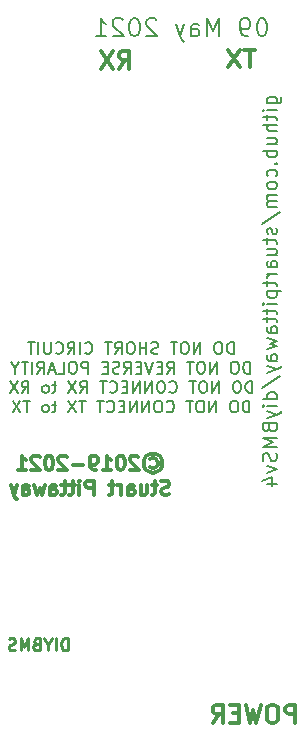
<source format=gbo>
G04 #@! TF.GenerationSoftware,KiCad,Pcbnew,5.1.9+dfsg1-1+deb11u1*
G04 #@! TF.CreationDate,2025-04-18T11:55:34+00:00*
G04 #@! TF.ProjectId,ModuleV440,4d6f6475-6c65-4563-9434-302e6b696361,rev?*
G04 #@! TF.SameCoordinates,Original*
G04 #@! TF.FileFunction,Legend,Bot*
G04 #@! TF.FilePolarity,Positive*
%FSLAX46Y46*%
G04 Gerber Fmt 4.6, Leading zero omitted, Abs format (unit mm)*
G04 Created by KiCad (PCBNEW 5.1.9+dfsg1-1+deb11u1) date 2025-04-18 11:55:34*
%MOMM*%
%LPD*%
G01*
G04 APERTURE LIST*
%ADD10C,0.300000*%
%ADD11C,0.250000*%
%ADD12C,0.150000*%
%ADD13C,0.200000*%
G04 APERTURE END LIST*
D10*
X114703314Y-85916171D02*
X114817600Y-85859028D01*
X115046171Y-85859028D01*
X115160457Y-85916171D01*
X115274742Y-86030457D01*
X115331885Y-86144742D01*
X115331885Y-86373314D01*
X115274742Y-86487600D01*
X115160457Y-86601885D01*
X115046171Y-86659028D01*
X114817600Y-86659028D01*
X114703314Y-86601885D01*
X114931885Y-85459028D02*
X115217600Y-85516171D01*
X115503314Y-85687600D01*
X115674742Y-85973314D01*
X115731885Y-86259028D01*
X115674742Y-86544742D01*
X115503314Y-86830457D01*
X115217600Y-87001885D01*
X114931885Y-87059028D01*
X114646171Y-87001885D01*
X114360457Y-86830457D01*
X114189028Y-86544742D01*
X114131885Y-86259028D01*
X114189028Y-85973314D01*
X114360457Y-85687600D01*
X114646171Y-85516171D01*
X114931885Y-85459028D01*
X113674742Y-85744742D02*
X113617600Y-85687600D01*
X113503314Y-85630457D01*
X113217600Y-85630457D01*
X113103314Y-85687600D01*
X113046171Y-85744742D01*
X112989028Y-85859028D01*
X112989028Y-85973314D01*
X113046171Y-86144742D01*
X113731885Y-86830457D01*
X112989028Y-86830457D01*
X112246171Y-85630457D02*
X112131885Y-85630457D01*
X112017600Y-85687600D01*
X111960457Y-85744742D01*
X111903314Y-85859028D01*
X111846171Y-86087600D01*
X111846171Y-86373314D01*
X111903314Y-86601885D01*
X111960457Y-86716171D01*
X112017600Y-86773314D01*
X112131885Y-86830457D01*
X112246171Y-86830457D01*
X112360457Y-86773314D01*
X112417600Y-86716171D01*
X112474742Y-86601885D01*
X112531885Y-86373314D01*
X112531885Y-86087600D01*
X112474742Y-85859028D01*
X112417600Y-85744742D01*
X112360457Y-85687600D01*
X112246171Y-85630457D01*
X110703314Y-86830457D02*
X111389028Y-86830457D01*
X111046171Y-86830457D02*
X111046171Y-85630457D01*
X111160457Y-85801885D01*
X111274742Y-85916171D01*
X111389028Y-85973314D01*
X110131885Y-86830457D02*
X109903314Y-86830457D01*
X109789028Y-86773314D01*
X109731885Y-86716171D01*
X109617600Y-86544742D01*
X109560457Y-86316171D01*
X109560457Y-85859028D01*
X109617600Y-85744742D01*
X109674742Y-85687600D01*
X109789028Y-85630457D01*
X110017600Y-85630457D01*
X110131885Y-85687600D01*
X110189028Y-85744742D01*
X110246171Y-85859028D01*
X110246171Y-86144742D01*
X110189028Y-86259028D01*
X110131885Y-86316171D01*
X110017600Y-86373314D01*
X109789028Y-86373314D01*
X109674742Y-86316171D01*
X109617600Y-86259028D01*
X109560457Y-86144742D01*
X109046171Y-86373314D02*
X108131885Y-86373314D01*
X107617600Y-85744742D02*
X107560457Y-85687600D01*
X107446171Y-85630457D01*
X107160457Y-85630457D01*
X107046171Y-85687600D01*
X106989028Y-85744742D01*
X106931885Y-85859028D01*
X106931885Y-85973314D01*
X106989028Y-86144742D01*
X107674742Y-86830457D01*
X106931885Y-86830457D01*
X106189028Y-85630457D02*
X106074742Y-85630457D01*
X105960457Y-85687600D01*
X105903314Y-85744742D01*
X105846171Y-85859028D01*
X105789028Y-86087600D01*
X105789028Y-86373314D01*
X105846171Y-86601885D01*
X105903314Y-86716171D01*
X105960457Y-86773314D01*
X106074742Y-86830457D01*
X106189028Y-86830457D01*
X106303314Y-86773314D01*
X106360457Y-86716171D01*
X106417600Y-86601885D01*
X106474742Y-86373314D01*
X106474742Y-86087600D01*
X106417600Y-85859028D01*
X106360457Y-85744742D01*
X106303314Y-85687600D01*
X106189028Y-85630457D01*
X105331885Y-85744742D02*
X105274742Y-85687600D01*
X105160457Y-85630457D01*
X104874742Y-85630457D01*
X104760457Y-85687600D01*
X104703314Y-85744742D01*
X104646171Y-85859028D01*
X104646171Y-85973314D01*
X104703314Y-86144742D01*
X105389028Y-86830457D01*
X104646171Y-86830457D01*
X103503314Y-86830457D02*
X104189028Y-86830457D01*
X103846171Y-86830457D02*
X103846171Y-85630457D01*
X103960457Y-85801885D01*
X104074742Y-85916171D01*
X104189028Y-85973314D01*
X116303314Y-88873314D02*
X116131885Y-88930457D01*
X115846171Y-88930457D01*
X115731885Y-88873314D01*
X115674742Y-88816171D01*
X115617600Y-88701885D01*
X115617600Y-88587600D01*
X115674742Y-88473314D01*
X115731885Y-88416171D01*
X115846171Y-88359028D01*
X116074742Y-88301885D01*
X116189028Y-88244742D01*
X116246171Y-88187600D01*
X116303314Y-88073314D01*
X116303314Y-87959028D01*
X116246171Y-87844742D01*
X116189028Y-87787600D01*
X116074742Y-87730457D01*
X115789028Y-87730457D01*
X115617600Y-87787600D01*
X115274742Y-88130457D02*
X114817600Y-88130457D01*
X115103314Y-87730457D02*
X115103314Y-88759028D01*
X115046171Y-88873314D01*
X114931885Y-88930457D01*
X114817600Y-88930457D01*
X113903314Y-88130457D02*
X113903314Y-88930457D01*
X114417600Y-88130457D02*
X114417600Y-88759028D01*
X114360457Y-88873314D01*
X114246171Y-88930457D01*
X114074742Y-88930457D01*
X113960457Y-88873314D01*
X113903314Y-88816171D01*
X112817600Y-88930457D02*
X112817600Y-88301885D01*
X112874742Y-88187600D01*
X112989028Y-88130457D01*
X113217600Y-88130457D01*
X113331885Y-88187600D01*
X112817600Y-88873314D02*
X112931885Y-88930457D01*
X113217600Y-88930457D01*
X113331885Y-88873314D01*
X113389028Y-88759028D01*
X113389028Y-88644742D01*
X113331885Y-88530457D01*
X113217600Y-88473314D01*
X112931885Y-88473314D01*
X112817600Y-88416171D01*
X112246171Y-88930457D02*
X112246171Y-88130457D01*
X112246171Y-88359028D02*
X112189028Y-88244742D01*
X112131885Y-88187600D01*
X112017600Y-88130457D01*
X111903314Y-88130457D01*
X111674742Y-88130457D02*
X111217600Y-88130457D01*
X111503314Y-87730457D02*
X111503314Y-88759028D01*
X111446171Y-88873314D01*
X111331885Y-88930457D01*
X111217600Y-88930457D01*
X109903314Y-88930457D02*
X109903314Y-87730457D01*
X109446171Y-87730457D01*
X109331885Y-87787600D01*
X109274742Y-87844742D01*
X109217600Y-87959028D01*
X109217600Y-88130457D01*
X109274742Y-88244742D01*
X109331885Y-88301885D01*
X109446171Y-88359028D01*
X109903314Y-88359028D01*
X108703314Y-88930457D02*
X108703314Y-88130457D01*
X108703314Y-87730457D02*
X108760457Y-87787600D01*
X108703314Y-87844742D01*
X108646171Y-87787600D01*
X108703314Y-87730457D01*
X108703314Y-87844742D01*
X108303314Y-88130457D02*
X107846171Y-88130457D01*
X108131885Y-87730457D02*
X108131885Y-88759028D01*
X108074742Y-88873314D01*
X107960457Y-88930457D01*
X107846171Y-88930457D01*
X107617600Y-88130457D02*
X107160457Y-88130457D01*
X107446171Y-87730457D02*
X107446171Y-88759028D01*
X107389028Y-88873314D01*
X107274742Y-88930457D01*
X107160457Y-88930457D01*
X106246171Y-88930457D02*
X106246171Y-88301885D01*
X106303314Y-88187600D01*
X106417600Y-88130457D01*
X106646171Y-88130457D01*
X106760457Y-88187600D01*
X106246171Y-88873314D02*
X106360457Y-88930457D01*
X106646171Y-88930457D01*
X106760457Y-88873314D01*
X106817600Y-88759028D01*
X106817600Y-88644742D01*
X106760457Y-88530457D01*
X106646171Y-88473314D01*
X106360457Y-88473314D01*
X106246171Y-88416171D01*
X105789028Y-88130457D02*
X105560457Y-88930457D01*
X105331885Y-88359028D01*
X105103314Y-88930457D01*
X104874742Y-88130457D01*
X103903314Y-88930457D02*
X103903314Y-88301885D01*
X103960457Y-88187600D01*
X104074742Y-88130457D01*
X104303314Y-88130457D01*
X104417600Y-88187600D01*
X103903314Y-88873314D02*
X104017600Y-88930457D01*
X104303314Y-88930457D01*
X104417600Y-88873314D01*
X104474742Y-88759028D01*
X104474742Y-88644742D01*
X104417600Y-88530457D01*
X104303314Y-88473314D01*
X104017600Y-88473314D01*
X103903314Y-88416171D01*
X103446171Y-88130457D02*
X103160457Y-88930457D01*
X102874742Y-88130457D02*
X103160457Y-88930457D01*
X103274742Y-89216171D01*
X103331885Y-89273314D01*
X103446171Y-89330457D01*
D11*
X107720576Y-102089980D02*
X107720576Y-101089980D01*
X107482480Y-101089980D01*
X107339623Y-101137600D01*
X107244385Y-101232838D01*
X107196766Y-101328076D01*
X107149147Y-101518552D01*
X107149147Y-101661409D01*
X107196766Y-101851885D01*
X107244385Y-101947123D01*
X107339623Y-102042361D01*
X107482480Y-102089980D01*
X107720576Y-102089980D01*
X106720576Y-102089980D02*
X106720576Y-101089980D01*
X106053909Y-101613790D02*
X106053909Y-102089980D01*
X106387242Y-101089980D02*
X106053909Y-101613790D01*
X105720576Y-101089980D01*
X105053909Y-101566171D02*
X104911052Y-101613790D01*
X104863433Y-101661409D01*
X104815814Y-101756647D01*
X104815814Y-101899504D01*
X104863433Y-101994742D01*
X104911052Y-102042361D01*
X105006290Y-102089980D01*
X105387242Y-102089980D01*
X105387242Y-101089980D01*
X105053909Y-101089980D01*
X104958671Y-101137600D01*
X104911052Y-101185219D01*
X104863433Y-101280457D01*
X104863433Y-101375695D01*
X104911052Y-101470933D01*
X104958671Y-101518552D01*
X105053909Y-101566171D01*
X105387242Y-101566171D01*
X104387242Y-102089980D02*
X104387242Y-101089980D01*
X104053909Y-101804266D01*
X103720576Y-101089980D01*
X103720576Y-102089980D01*
X103292004Y-102042361D02*
X103149147Y-102089980D01*
X102911052Y-102089980D01*
X102815814Y-102042361D01*
X102768195Y-101994742D01*
X102720576Y-101899504D01*
X102720576Y-101804266D01*
X102768195Y-101709028D01*
X102815814Y-101661409D01*
X102911052Y-101613790D01*
X103101528Y-101566171D01*
X103196766Y-101518552D01*
X103244385Y-101470933D01*
X103292004Y-101375695D01*
X103292004Y-101280457D01*
X103244385Y-101185219D01*
X103196766Y-101137600D01*
X103101528Y-101089980D01*
X102863433Y-101089980D01*
X102720576Y-101137600D01*
D10*
X123535457Y-51241171D02*
X122678314Y-51241171D01*
X123106885Y-52741171D02*
X123106885Y-51241171D01*
X122321171Y-51241171D02*
X121321171Y-52741171D01*
X121321171Y-51241171D02*
X122321171Y-52741171D01*
X112042600Y-52841171D02*
X112542600Y-52126885D01*
X112899742Y-52841171D02*
X112899742Y-51341171D01*
X112328314Y-51341171D01*
X112185457Y-51412600D01*
X112114028Y-51484028D01*
X112042600Y-51626885D01*
X112042600Y-51841171D01*
X112114028Y-51984028D01*
X112185457Y-52055457D01*
X112328314Y-52126885D01*
X112899742Y-52126885D01*
X111542600Y-51341171D02*
X110542600Y-52841171D01*
X110542600Y-51341171D02*
X111542600Y-52841171D01*
D12*
X121760457Y-77014980D02*
X121760457Y-76014980D01*
X121522361Y-76014980D01*
X121379504Y-76062600D01*
X121284266Y-76157838D01*
X121236647Y-76253076D01*
X121189028Y-76443552D01*
X121189028Y-76586409D01*
X121236647Y-76776885D01*
X121284266Y-76872123D01*
X121379504Y-76967361D01*
X121522361Y-77014980D01*
X121760457Y-77014980D01*
X120569980Y-76014980D02*
X120379504Y-76014980D01*
X120284266Y-76062600D01*
X120189028Y-76157838D01*
X120141409Y-76348314D01*
X120141409Y-76681647D01*
X120189028Y-76872123D01*
X120284266Y-76967361D01*
X120379504Y-77014980D01*
X120569980Y-77014980D01*
X120665219Y-76967361D01*
X120760457Y-76872123D01*
X120808076Y-76681647D01*
X120808076Y-76348314D01*
X120760457Y-76157838D01*
X120665219Y-76062600D01*
X120569980Y-76014980D01*
X118950933Y-77014980D02*
X118950933Y-76014980D01*
X118379504Y-77014980D01*
X118379504Y-76014980D01*
X117712838Y-76014980D02*
X117522361Y-76014980D01*
X117427123Y-76062600D01*
X117331885Y-76157838D01*
X117284266Y-76348314D01*
X117284266Y-76681647D01*
X117331885Y-76872123D01*
X117427123Y-76967361D01*
X117522361Y-77014980D01*
X117712838Y-77014980D01*
X117808076Y-76967361D01*
X117903314Y-76872123D01*
X117950933Y-76681647D01*
X117950933Y-76348314D01*
X117903314Y-76157838D01*
X117808076Y-76062600D01*
X117712838Y-76014980D01*
X116998552Y-76014980D02*
X116427123Y-76014980D01*
X116712838Y-77014980D02*
X116712838Y-76014980D01*
X115379504Y-76967361D02*
X115236647Y-77014980D01*
X114998552Y-77014980D01*
X114903314Y-76967361D01*
X114855695Y-76919742D01*
X114808076Y-76824504D01*
X114808076Y-76729266D01*
X114855695Y-76634028D01*
X114903314Y-76586409D01*
X114998552Y-76538790D01*
X115189028Y-76491171D01*
X115284266Y-76443552D01*
X115331885Y-76395933D01*
X115379504Y-76300695D01*
X115379504Y-76205457D01*
X115331885Y-76110219D01*
X115284266Y-76062600D01*
X115189028Y-76014980D01*
X114950933Y-76014980D01*
X114808076Y-76062600D01*
X114379504Y-77014980D02*
X114379504Y-76014980D01*
X114379504Y-76491171D02*
X113808076Y-76491171D01*
X113808076Y-77014980D02*
X113808076Y-76014980D01*
X113141409Y-76014980D02*
X112950933Y-76014980D01*
X112855695Y-76062600D01*
X112760457Y-76157838D01*
X112712838Y-76348314D01*
X112712838Y-76681647D01*
X112760457Y-76872123D01*
X112855695Y-76967361D01*
X112950933Y-77014980D01*
X113141409Y-77014980D01*
X113236647Y-76967361D01*
X113331885Y-76872123D01*
X113379504Y-76681647D01*
X113379504Y-76348314D01*
X113331885Y-76157838D01*
X113236647Y-76062600D01*
X113141409Y-76014980D01*
X111712838Y-77014980D02*
X112046171Y-76538790D01*
X112284266Y-77014980D02*
X112284266Y-76014980D01*
X111903314Y-76014980D01*
X111808076Y-76062600D01*
X111760457Y-76110219D01*
X111712838Y-76205457D01*
X111712838Y-76348314D01*
X111760457Y-76443552D01*
X111808076Y-76491171D01*
X111903314Y-76538790D01*
X112284266Y-76538790D01*
X111427123Y-76014980D02*
X110855695Y-76014980D01*
X111141409Y-77014980D02*
X111141409Y-76014980D01*
X109189028Y-76919742D02*
X109236647Y-76967361D01*
X109379504Y-77014980D01*
X109474742Y-77014980D01*
X109617600Y-76967361D01*
X109712838Y-76872123D01*
X109760457Y-76776885D01*
X109808076Y-76586409D01*
X109808076Y-76443552D01*
X109760457Y-76253076D01*
X109712838Y-76157838D01*
X109617600Y-76062600D01*
X109474742Y-76014980D01*
X109379504Y-76014980D01*
X109236647Y-76062600D01*
X109189028Y-76110219D01*
X108760457Y-77014980D02*
X108760457Y-76014980D01*
X107712838Y-77014980D02*
X108046171Y-76538790D01*
X108284266Y-77014980D02*
X108284266Y-76014980D01*
X107903314Y-76014980D01*
X107808076Y-76062600D01*
X107760457Y-76110219D01*
X107712838Y-76205457D01*
X107712838Y-76348314D01*
X107760457Y-76443552D01*
X107808076Y-76491171D01*
X107903314Y-76538790D01*
X108284266Y-76538790D01*
X106712838Y-76919742D02*
X106760457Y-76967361D01*
X106903314Y-77014980D01*
X106998552Y-77014980D01*
X107141409Y-76967361D01*
X107236647Y-76872123D01*
X107284266Y-76776885D01*
X107331885Y-76586409D01*
X107331885Y-76443552D01*
X107284266Y-76253076D01*
X107236647Y-76157838D01*
X107141409Y-76062600D01*
X106998552Y-76014980D01*
X106903314Y-76014980D01*
X106760457Y-76062600D01*
X106712838Y-76110219D01*
X106284266Y-76014980D02*
X106284266Y-76824504D01*
X106236647Y-76919742D01*
X106189028Y-76967361D01*
X106093790Y-77014980D01*
X105903314Y-77014980D01*
X105808076Y-76967361D01*
X105760457Y-76919742D01*
X105712838Y-76824504D01*
X105712838Y-76014980D01*
X105236647Y-77014980D02*
X105236647Y-76014980D01*
X104903314Y-76014980D02*
X104331885Y-76014980D01*
X104617600Y-77014980D02*
X104617600Y-76014980D01*
X123141409Y-78664980D02*
X123141409Y-77664980D01*
X122903314Y-77664980D01*
X122760457Y-77712600D01*
X122665219Y-77807838D01*
X122617600Y-77903076D01*
X122569980Y-78093552D01*
X122569980Y-78236409D01*
X122617600Y-78426885D01*
X122665219Y-78522123D01*
X122760457Y-78617361D01*
X122903314Y-78664980D01*
X123141409Y-78664980D01*
X121950933Y-77664980D02*
X121760457Y-77664980D01*
X121665219Y-77712600D01*
X121569980Y-77807838D01*
X121522361Y-77998314D01*
X121522361Y-78331647D01*
X121569980Y-78522123D01*
X121665219Y-78617361D01*
X121760457Y-78664980D01*
X121950933Y-78664980D01*
X122046171Y-78617361D01*
X122141409Y-78522123D01*
X122189028Y-78331647D01*
X122189028Y-77998314D01*
X122141409Y-77807838D01*
X122046171Y-77712600D01*
X121950933Y-77664980D01*
X120331885Y-78664980D02*
X120331885Y-77664980D01*
X119760457Y-78664980D01*
X119760457Y-77664980D01*
X119093790Y-77664980D02*
X118903314Y-77664980D01*
X118808076Y-77712600D01*
X118712838Y-77807838D01*
X118665219Y-77998314D01*
X118665219Y-78331647D01*
X118712838Y-78522123D01*
X118808076Y-78617361D01*
X118903314Y-78664980D01*
X119093790Y-78664980D01*
X119189028Y-78617361D01*
X119284266Y-78522123D01*
X119331885Y-78331647D01*
X119331885Y-77998314D01*
X119284266Y-77807838D01*
X119189028Y-77712600D01*
X119093790Y-77664980D01*
X118379504Y-77664980D02*
X117808076Y-77664980D01*
X118093790Y-78664980D02*
X118093790Y-77664980D01*
X116141409Y-78664980D02*
X116474742Y-78188790D01*
X116712838Y-78664980D02*
X116712838Y-77664980D01*
X116331885Y-77664980D01*
X116236647Y-77712600D01*
X116189028Y-77760219D01*
X116141409Y-77855457D01*
X116141409Y-77998314D01*
X116189028Y-78093552D01*
X116236647Y-78141171D01*
X116331885Y-78188790D01*
X116712838Y-78188790D01*
X115712838Y-78141171D02*
X115379504Y-78141171D01*
X115236647Y-78664980D02*
X115712838Y-78664980D01*
X115712838Y-77664980D01*
X115236647Y-77664980D01*
X114950933Y-77664980D02*
X114617600Y-78664980D01*
X114284266Y-77664980D01*
X113950933Y-78141171D02*
X113617600Y-78141171D01*
X113474742Y-78664980D02*
X113950933Y-78664980D01*
X113950933Y-77664980D01*
X113474742Y-77664980D01*
X112474742Y-78664980D02*
X112808076Y-78188790D01*
X113046171Y-78664980D02*
X113046171Y-77664980D01*
X112665219Y-77664980D01*
X112569980Y-77712600D01*
X112522361Y-77760219D01*
X112474742Y-77855457D01*
X112474742Y-77998314D01*
X112522361Y-78093552D01*
X112569980Y-78141171D01*
X112665219Y-78188790D01*
X113046171Y-78188790D01*
X112093790Y-78617361D02*
X111950933Y-78664980D01*
X111712838Y-78664980D01*
X111617600Y-78617361D01*
X111569980Y-78569742D01*
X111522361Y-78474504D01*
X111522361Y-78379266D01*
X111569980Y-78284028D01*
X111617600Y-78236409D01*
X111712838Y-78188790D01*
X111903314Y-78141171D01*
X111998552Y-78093552D01*
X112046171Y-78045933D01*
X112093790Y-77950695D01*
X112093790Y-77855457D01*
X112046171Y-77760219D01*
X111998552Y-77712600D01*
X111903314Y-77664980D01*
X111665219Y-77664980D01*
X111522361Y-77712600D01*
X111093790Y-78141171D02*
X110760457Y-78141171D01*
X110617600Y-78664980D02*
X111093790Y-78664980D01*
X111093790Y-77664980D01*
X110617600Y-77664980D01*
X109427123Y-78664980D02*
X109427123Y-77664980D01*
X109046171Y-77664980D01*
X108950933Y-77712600D01*
X108903314Y-77760219D01*
X108855695Y-77855457D01*
X108855695Y-77998314D01*
X108903314Y-78093552D01*
X108950933Y-78141171D01*
X109046171Y-78188790D01*
X109427123Y-78188790D01*
X108236647Y-77664980D02*
X108046171Y-77664980D01*
X107950933Y-77712600D01*
X107855695Y-77807838D01*
X107808076Y-77998314D01*
X107808076Y-78331647D01*
X107855695Y-78522123D01*
X107950933Y-78617361D01*
X108046171Y-78664980D01*
X108236647Y-78664980D01*
X108331885Y-78617361D01*
X108427123Y-78522123D01*
X108474742Y-78331647D01*
X108474742Y-77998314D01*
X108427123Y-77807838D01*
X108331885Y-77712600D01*
X108236647Y-77664980D01*
X106903314Y-78664980D02*
X107379504Y-78664980D01*
X107379504Y-77664980D01*
X106617600Y-78379266D02*
X106141409Y-78379266D01*
X106712838Y-78664980D02*
X106379504Y-77664980D01*
X106046171Y-78664980D01*
X105141409Y-78664980D02*
X105474742Y-78188790D01*
X105712838Y-78664980D02*
X105712838Y-77664980D01*
X105331885Y-77664980D01*
X105236647Y-77712600D01*
X105189028Y-77760219D01*
X105141409Y-77855457D01*
X105141409Y-77998314D01*
X105189028Y-78093552D01*
X105236647Y-78141171D01*
X105331885Y-78188790D01*
X105712838Y-78188790D01*
X104712838Y-78664980D02*
X104712838Y-77664980D01*
X104379504Y-77664980D02*
X103808076Y-77664980D01*
X104093790Y-78664980D02*
X104093790Y-77664980D01*
X103284266Y-78188790D02*
X103284266Y-78664980D01*
X103617600Y-77664980D02*
X103284266Y-78188790D01*
X102950933Y-77664980D01*
X123331885Y-80314980D02*
X123331885Y-79314980D01*
X123093790Y-79314980D01*
X122950933Y-79362600D01*
X122855695Y-79457838D01*
X122808076Y-79553076D01*
X122760457Y-79743552D01*
X122760457Y-79886409D01*
X122808076Y-80076885D01*
X122855695Y-80172123D01*
X122950933Y-80267361D01*
X123093790Y-80314980D01*
X123331885Y-80314980D01*
X122141409Y-79314980D02*
X121950933Y-79314980D01*
X121855695Y-79362600D01*
X121760457Y-79457838D01*
X121712838Y-79648314D01*
X121712838Y-79981647D01*
X121760457Y-80172123D01*
X121855695Y-80267361D01*
X121950933Y-80314980D01*
X122141409Y-80314980D01*
X122236647Y-80267361D01*
X122331885Y-80172123D01*
X122379504Y-79981647D01*
X122379504Y-79648314D01*
X122331885Y-79457838D01*
X122236647Y-79362600D01*
X122141409Y-79314980D01*
X120522361Y-80314980D02*
X120522361Y-79314980D01*
X119950933Y-80314980D01*
X119950933Y-79314980D01*
X119284266Y-79314980D02*
X119093790Y-79314980D01*
X118998552Y-79362600D01*
X118903314Y-79457838D01*
X118855695Y-79648314D01*
X118855695Y-79981647D01*
X118903314Y-80172123D01*
X118998552Y-80267361D01*
X119093790Y-80314980D01*
X119284266Y-80314980D01*
X119379504Y-80267361D01*
X119474742Y-80172123D01*
X119522361Y-79981647D01*
X119522361Y-79648314D01*
X119474742Y-79457838D01*
X119379504Y-79362600D01*
X119284266Y-79314980D01*
X118569980Y-79314980D02*
X117998552Y-79314980D01*
X118284266Y-80314980D02*
X118284266Y-79314980D01*
X116331885Y-80219742D02*
X116379504Y-80267361D01*
X116522361Y-80314980D01*
X116617600Y-80314980D01*
X116760457Y-80267361D01*
X116855695Y-80172123D01*
X116903314Y-80076885D01*
X116950933Y-79886409D01*
X116950933Y-79743552D01*
X116903314Y-79553076D01*
X116855695Y-79457838D01*
X116760457Y-79362600D01*
X116617600Y-79314980D01*
X116522361Y-79314980D01*
X116379504Y-79362600D01*
X116331885Y-79410219D01*
X115712838Y-79314980D02*
X115522361Y-79314980D01*
X115427123Y-79362600D01*
X115331885Y-79457838D01*
X115284266Y-79648314D01*
X115284266Y-79981647D01*
X115331885Y-80172123D01*
X115427123Y-80267361D01*
X115522361Y-80314980D01*
X115712838Y-80314980D01*
X115808076Y-80267361D01*
X115903314Y-80172123D01*
X115950933Y-79981647D01*
X115950933Y-79648314D01*
X115903314Y-79457838D01*
X115808076Y-79362600D01*
X115712838Y-79314980D01*
X114855695Y-80314980D02*
X114855695Y-79314980D01*
X114284266Y-80314980D01*
X114284266Y-79314980D01*
X113808076Y-80314980D02*
X113808076Y-79314980D01*
X113236647Y-80314980D01*
X113236647Y-79314980D01*
X112760457Y-79791171D02*
X112427123Y-79791171D01*
X112284266Y-80314980D02*
X112760457Y-80314980D01*
X112760457Y-79314980D01*
X112284266Y-79314980D01*
X111284266Y-80219742D02*
X111331885Y-80267361D01*
X111474742Y-80314980D01*
X111569980Y-80314980D01*
X111712838Y-80267361D01*
X111808076Y-80172123D01*
X111855695Y-80076885D01*
X111903314Y-79886409D01*
X111903314Y-79743552D01*
X111855695Y-79553076D01*
X111808076Y-79457838D01*
X111712838Y-79362600D01*
X111569980Y-79314980D01*
X111474742Y-79314980D01*
X111331885Y-79362600D01*
X111284266Y-79410219D01*
X110998552Y-79314980D02*
X110427123Y-79314980D01*
X110712838Y-80314980D02*
X110712838Y-79314980D01*
X108760457Y-80314980D02*
X109093790Y-79838790D01*
X109331885Y-80314980D02*
X109331885Y-79314980D01*
X108950933Y-79314980D01*
X108855695Y-79362600D01*
X108808076Y-79410219D01*
X108760457Y-79505457D01*
X108760457Y-79648314D01*
X108808076Y-79743552D01*
X108855695Y-79791171D01*
X108950933Y-79838790D01*
X109331885Y-79838790D01*
X108427123Y-79314980D02*
X107760457Y-80314980D01*
X107760457Y-79314980D02*
X108427123Y-80314980D01*
X106760457Y-79648314D02*
X106379504Y-79648314D01*
X106617600Y-79314980D02*
X106617600Y-80172123D01*
X106569980Y-80267361D01*
X106474742Y-80314980D01*
X106379504Y-80314980D01*
X105903314Y-80314980D02*
X105998552Y-80267361D01*
X106046171Y-80219742D01*
X106093790Y-80124504D01*
X106093790Y-79838790D01*
X106046171Y-79743552D01*
X105998552Y-79695933D01*
X105903314Y-79648314D01*
X105760457Y-79648314D01*
X105665219Y-79695933D01*
X105617600Y-79743552D01*
X105569980Y-79838790D01*
X105569980Y-80124504D01*
X105617600Y-80219742D01*
X105665219Y-80267361D01*
X105760457Y-80314980D01*
X105903314Y-80314980D01*
X103808076Y-80314980D02*
X104141409Y-79838790D01*
X104379504Y-80314980D02*
X104379504Y-79314980D01*
X103998552Y-79314980D01*
X103903314Y-79362600D01*
X103855695Y-79410219D01*
X103808076Y-79505457D01*
X103808076Y-79648314D01*
X103855695Y-79743552D01*
X103903314Y-79791171D01*
X103998552Y-79838790D01*
X104379504Y-79838790D01*
X103474742Y-79314980D02*
X102808076Y-80314980D01*
X102808076Y-79314980D02*
X103474742Y-80314980D01*
X123093790Y-81964980D02*
X123093790Y-80964980D01*
X122855695Y-80964980D01*
X122712838Y-81012600D01*
X122617600Y-81107838D01*
X122569980Y-81203076D01*
X122522361Y-81393552D01*
X122522361Y-81536409D01*
X122569980Y-81726885D01*
X122617600Y-81822123D01*
X122712838Y-81917361D01*
X122855695Y-81964980D01*
X123093790Y-81964980D01*
X121903314Y-80964980D02*
X121712838Y-80964980D01*
X121617600Y-81012600D01*
X121522361Y-81107838D01*
X121474742Y-81298314D01*
X121474742Y-81631647D01*
X121522361Y-81822123D01*
X121617600Y-81917361D01*
X121712838Y-81964980D01*
X121903314Y-81964980D01*
X121998552Y-81917361D01*
X122093790Y-81822123D01*
X122141409Y-81631647D01*
X122141409Y-81298314D01*
X122093790Y-81107838D01*
X121998552Y-81012600D01*
X121903314Y-80964980D01*
X120284266Y-81964980D02*
X120284266Y-80964980D01*
X119712838Y-81964980D01*
X119712838Y-80964980D01*
X119046171Y-80964980D02*
X118855695Y-80964980D01*
X118760457Y-81012600D01*
X118665219Y-81107838D01*
X118617600Y-81298314D01*
X118617600Y-81631647D01*
X118665219Y-81822123D01*
X118760457Y-81917361D01*
X118855695Y-81964980D01*
X119046171Y-81964980D01*
X119141409Y-81917361D01*
X119236647Y-81822123D01*
X119284266Y-81631647D01*
X119284266Y-81298314D01*
X119236647Y-81107838D01*
X119141409Y-81012600D01*
X119046171Y-80964980D01*
X118331885Y-80964980D02*
X117760457Y-80964980D01*
X118046171Y-81964980D02*
X118046171Y-80964980D01*
X116093790Y-81869742D02*
X116141409Y-81917361D01*
X116284266Y-81964980D01*
X116379504Y-81964980D01*
X116522361Y-81917361D01*
X116617600Y-81822123D01*
X116665219Y-81726885D01*
X116712838Y-81536409D01*
X116712838Y-81393552D01*
X116665219Y-81203076D01*
X116617600Y-81107838D01*
X116522361Y-81012600D01*
X116379504Y-80964980D01*
X116284266Y-80964980D01*
X116141409Y-81012600D01*
X116093790Y-81060219D01*
X115474742Y-80964980D02*
X115284266Y-80964980D01*
X115189028Y-81012600D01*
X115093790Y-81107838D01*
X115046171Y-81298314D01*
X115046171Y-81631647D01*
X115093790Y-81822123D01*
X115189028Y-81917361D01*
X115284266Y-81964980D01*
X115474742Y-81964980D01*
X115569980Y-81917361D01*
X115665219Y-81822123D01*
X115712838Y-81631647D01*
X115712838Y-81298314D01*
X115665219Y-81107838D01*
X115569980Y-81012600D01*
X115474742Y-80964980D01*
X114617600Y-81964980D02*
X114617600Y-80964980D01*
X114046171Y-81964980D01*
X114046171Y-80964980D01*
X113569980Y-81964980D02*
X113569980Y-80964980D01*
X112998552Y-81964980D01*
X112998552Y-80964980D01*
X112522361Y-81441171D02*
X112189028Y-81441171D01*
X112046171Y-81964980D02*
X112522361Y-81964980D01*
X112522361Y-80964980D01*
X112046171Y-80964980D01*
X111046171Y-81869742D02*
X111093790Y-81917361D01*
X111236647Y-81964980D01*
X111331885Y-81964980D01*
X111474742Y-81917361D01*
X111569980Y-81822123D01*
X111617600Y-81726885D01*
X111665219Y-81536409D01*
X111665219Y-81393552D01*
X111617600Y-81203076D01*
X111569980Y-81107838D01*
X111474742Y-81012600D01*
X111331885Y-80964980D01*
X111236647Y-80964980D01*
X111093790Y-81012600D01*
X111046171Y-81060219D01*
X110760457Y-80964980D02*
X110189028Y-80964980D01*
X110474742Y-81964980D02*
X110474742Y-80964980D01*
X109236647Y-80964980D02*
X108665219Y-80964980D01*
X108950933Y-81964980D02*
X108950933Y-80964980D01*
X108427123Y-80964980D02*
X107760457Y-81964980D01*
X107760457Y-80964980D02*
X108427123Y-81964980D01*
X106760457Y-81298314D02*
X106379504Y-81298314D01*
X106617600Y-80964980D02*
X106617600Y-81822123D01*
X106569980Y-81917361D01*
X106474742Y-81964980D01*
X106379504Y-81964980D01*
X105903314Y-81964980D02*
X105998552Y-81917361D01*
X106046171Y-81869742D01*
X106093790Y-81774504D01*
X106093790Y-81488790D01*
X106046171Y-81393552D01*
X105998552Y-81345933D01*
X105903314Y-81298314D01*
X105760457Y-81298314D01*
X105665219Y-81345933D01*
X105617600Y-81393552D01*
X105569980Y-81488790D01*
X105569980Y-81774504D01*
X105617600Y-81869742D01*
X105665219Y-81917361D01*
X105760457Y-81964980D01*
X105903314Y-81964980D01*
X104522361Y-80964980D02*
X103950933Y-80964980D01*
X104236647Y-81964980D02*
X104236647Y-80964980D01*
X103712838Y-80964980D02*
X103046171Y-81964980D01*
X103046171Y-80964980D02*
X103712838Y-81964980D01*
D13*
X124226171Y-48606171D02*
X124083314Y-48606171D01*
X123940457Y-48677600D01*
X123869028Y-48749028D01*
X123797600Y-48891885D01*
X123726171Y-49177600D01*
X123726171Y-49534742D01*
X123797600Y-49820457D01*
X123869028Y-49963314D01*
X123940457Y-50034742D01*
X124083314Y-50106171D01*
X124226171Y-50106171D01*
X124369028Y-50034742D01*
X124440457Y-49963314D01*
X124511885Y-49820457D01*
X124583314Y-49534742D01*
X124583314Y-49177600D01*
X124511885Y-48891885D01*
X124440457Y-48749028D01*
X124369028Y-48677600D01*
X124226171Y-48606171D01*
X123011885Y-50106171D02*
X122726171Y-50106171D01*
X122583314Y-50034742D01*
X122511885Y-49963314D01*
X122369028Y-49749028D01*
X122297600Y-49463314D01*
X122297600Y-48891885D01*
X122369028Y-48749028D01*
X122440457Y-48677600D01*
X122583314Y-48606171D01*
X122869028Y-48606171D01*
X123011885Y-48677600D01*
X123083314Y-48749028D01*
X123154742Y-48891885D01*
X123154742Y-49249028D01*
X123083314Y-49391885D01*
X123011885Y-49463314D01*
X122869028Y-49534742D01*
X122583314Y-49534742D01*
X122440457Y-49463314D01*
X122369028Y-49391885D01*
X122297600Y-49249028D01*
X120511885Y-50106171D02*
X120511885Y-48606171D01*
X120011885Y-49677600D01*
X119511885Y-48606171D01*
X119511885Y-50106171D01*
X118154742Y-50106171D02*
X118154742Y-49320457D01*
X118226171Y-49177600D01*
X118369028Y-49106171D01*
X118654742Y-49106171D01*
X118797600Y-49177600D01*
X118154742Y-50034742D02*
X118297600Y-50106171D01*
X118654742Y-50106171D01*
X118797600Y-50034742D01*
X118869028Y-49891885D01*
X118869028Y-49749028D01*
X118797600Y-49606171D01*
X118654742Y-49534742D01*
X118297600Y-49534742D01*
X118154742Y-49463314D01*
X117583314Y-49106171D02*
X117226171Y-50106171D01*
X116869028Y-49106171D02*
X117226171Y-50106171D01*
X117369028Y-50463314D01*
X117440457Y-50534742D01*
X117583314Y-50606171D01*
X115226171Y-48749028D02*
X115154742Y-48677600D01*
X115011885Y-48606171D01*
X114654742Y-48606171D01*
X114511885Y-48677600D01*
X114440457Y-48749028D01*
X114369028Y-48891885D01*
X114369028Y-49034742D01*
X114440457Y-49249028D01*
X115297600Y-50106171D01*
X114369028Y-50106171D01*
X113440457Y-48606171D02*
X113297600Y-48606171D01*
X113154742Y-48677600D01*
X113083314Y-48749028D01*
X113011885Y-48891885D01*
X112940457Y-49177600D01*
X112940457Y-49534742D01*
X113011885Y-49820457D01*
X113083314Y-49963314D01*
X113154742Y-50034742D01*
X113297600Y-50106171D01*
X113440457Y-50106171D01*
X113583314Y-50034742D01*
X113654742Y-49963314D01*
X113726171Y-49820457D01*
X113797600Y-49534742D01*
X113797600Y-49177600D01*
X113726171Y-48891885D01*
X113654742Y-48749028D01*
X113583314Y-48677600D01*
X113440457Y-48606171D01*
X112369028Y-48749028D02*
X112297600Y-48677600D01*
X112154742Y-48606171D01*
X111797600Y-48606171D01*
X111654742Y-48677600D01*
X111583314Y-48749028D01*
X111511885Y-48891885D01*
X111511885Y-49034742D01*
X111583314Y-49249028D01*
X112440457Y-50106171D01*
X111511885Y-50106171D01*
X110083314Y-50106171D02*
X110940457Y-50106171D01*
X110511885Y-50106171D02*
X110511885Y-48606171D01*
X110654742Y-48820457D01*
X110797600Y-48963314D01*
X110940457Y-49034742D01*
D10*
X126981885Y-108216171D02*
X126981885Y-106716171D01*
X126410457Y-106716171D01*
X126267600Y-106787600D01*
X126196171Y-106859028D01*
X126124742Y-107001885D01*
X126124742Y-107216171D01*
X126196171Y-107359028D01*
X126267600Y-107430457D01*
X126410457Y-107501885D01*
X126981885Y-107501885D01*
X125196171Y-106716171D02*
X124910457Y-106716171D01*
X124767600Y-106787600D01*
X124624742Y-106930457D01*
X124553314Y-107216171D01*
X124553314Y-107716171D01*
X124624742Y-108001885D01*
X124767600Y-108144742D01*
X124910457Y-108216171D01*
X125196171Y-108216171D01*
X125339028Y-108144742D01*
X125481885Y-108001885D01*
X125553314Y-107716171D01*
X125553314Y-107216171D01*
X125481885Y-106930457D01*
X125339028Y-106787600D01*
X125196171Y-106716171D01*
X124053314Y-106716171D02*
X123696171Y-108216171D01*
X123410457Y-107144742D01*
X123124742Y-108216171D01*
X122767600Y-106716171D01*
X122196171Y-107430457D02*
X121696171Y-107430457D01*
X121481885Y-108216171D02*
X122196171Y-108216171D01*
X122196171Y-106716171D01*
X121481885Y-106716171D01*
X119981885Y-108216171D02*
X120481885Y-107501885D01*
X120839028Y-108216171D02*
X120839028Y-106716171D01*
X120267600Y-106716171D01*
X120124742Y-106787600D01*
X120053314Y-106859028D01*
X119981885Y-107001885D01*
X119981885Y-107216171D01*
X120053314Y-107359028D01*
X120124742Y-107430457D01*
X120267600Y-107501885D01*
X120839028Y-107501885D01*
D13*
X124610457Y-55801885D02*
X125581885Y-55801885D01*
X125696171Y-55744742D01*
X125753314Y-55687600D01*
X125810457Y-55573314D01*
X125810457Y-55401885D01*
X125753314Y-55287600D01*
X125353314Y-55801885D02*
X125410457Y-55687600D01*
X125410457Y-55459028D01*
X125353314Y-55344742D01*
X125296171Y-55287600D01*
X125181885Y-55230457D01*
X124839028Y-55230457D01*
X124724742Y-55287600D01*
X124667600Y-55344742D01*
X124610457Y-55459028D01*
X124610457Y-55687600D01*
X124667600Y-55801885D01*
X125410457Y-56373314D02*
X124610457Y-56373314D01*
X124210457Y-56373314D02*
X124267600Y-56316171D01*
X124324742Y-56373314D01*
X124267600Y-56430457D01*
X124210457Y-56373314D01*
X124324742Y-56373314D01*
X124610457Y-56773314D02*
X124610457Y-57230457D01*
X124210457Y-56944742D02*
X125239028Y-56944742D01*
X125353314Y-57001885D01*
X125410457Y-57116171D01*
X125410457Y-57230457D01*
X125410457Y-57630457D02*
X124210457Y-57630457D01*
X125410457Y-58144742D02*
X124781885Y-58144742D01*
X124667600Y-58087600D01*
X124610457Y-57973314D01*
X124610457Y-57801885D01*
X124667600Y-57687600D01*
X124724742Y-57630457D01*
X124610457Y-59230457D02*
X125410457Y-59230457D01*
X124610457Y-58716171D02*
X125239028Y-58716171D01*
X125353314Y-58773314D01*
X125410457Y-58887600D01*
X125410457Y-59059028D01*
X125353314Y-59173314D01*
X125296171Y-59230457D01*
X125410457Y-59801885D02*
X124210457Y-59801885D01*
X124667600Y-59801885D02*
X124610457Y-59916171D01*
X124610457Y-60144742D01*
X124667600Y-60259028D01*
X124724742Y-60316171D01*
X124839028Y-60373314D01*
X125181885Y-60373314D01*
X125296171Y-60316171D01*
X125353314Y-60259028D01*
X125410457Y-60144742D01*
X125410457Y-59916171D01*
X125353314Y-59801885D01*
X125296171Y-60887600D02*
X125353314Y-60944742D01*
X125410457Y-60887600D01*
X125353314Y-60830457D01*
X125296171Y-60887600D01*
X125410457Y-60887600D01*
X125353314Y-61973314D02*
X125410457Y-61859028D01*
X125410457Y-61630457D01*
X125353314Y-61516171D01*
X125296171Y-61459028D01*
X125181885Y-61401885D01*
X124839028Y-61401885D01*
X124724742Y-61459028D01*
X124667600Y-61516171D01*
X124610457Y-61630457D01*
X124610457Y-61859028D01*
X124667600Y-61973314D01*
X125410457Y-62659028D02*
X125353314Y-62544742D01*
X125296171Y-62487600D01*
X125181885Y-62430457D01*
X124839028Y-62430457D01*
X124724742Y-62487600D01*
X124667600Y-62544742D01*
X124610457Y-62659028D01*
X124610457Y-62830457D01*
X124667600Y-62944742D01*
X124724742Y-63001885D01*
X124839028Y-63059028D01*
X125181885Y-63059028D01*
X125296171Y-63001885D01*
X125353314Y-62944742D01*
X125410457Y-62830457D01*
X125410457Y-62659028D01*
X125410457Y-63573314D02*
X124610457Y-63573314D01*
X124724742Y-63573314D02*
X124667600Y-63630457D01*
X124610457Y-63744742D01*
X124610457Y-63916171D01*
X124667600Y-64030457D01*
X124781885Y-64087600D01*
X125410457Y-64087600D01*
X124781885Y-64087600D02*
X124667600Y-64144742D01*
X124610457Y-64259028D01*
X124610457Y-64430457D01*
X124667600Y-64544742D01*
X124781885Y-64601885D01*
X125410457Y-64601885D01*
X124153314Y-66030457D02*
X125696171Y-65001885D01*
X125353314Y-66373314D02*
X125410457Y-66487600D01*
X125410457Y-66716171D01*
X125353314Y-66830457D01*
X125239028Y-66887600D01*
X125181885Y-66887600D01*
X125067600Y-66830457D01*
X125010457Y-66716171D01*
X125010457Y-66544742D01*
X124953314Y-66430457D01*
X124839028Y-66373314D01*
X124781885Y-66373314D01*
X124667600Y-66430457D01*
X124610457Y-66544742D01*
X124610457Y-66716171D01*
X124667600Y-66830457D01*
X124610457Y-67230457D02*
X124610457Y-67687600D01*
X124210457Y-67401885D02*
X125239028Y-67401885D01*
X125353314Y-67459028D01*
X125410457Y-67573314D01*
X125410457Y-67687600D01*
X124610457Y-68601885D02*
X125410457Y-68601885D01*
X124610457Y-68087600D02*
X125239028Y-68087600D01*
X125353314Y-68144742D01*
X125410457Y-68259028D01*
X125410457Y-68430457D01*
X125353314Y-68544742D01*
X125296171Y-68601885D01*
X125410457Y-69687600D02*
X124781885Y-69687600D01*
X124667600Y-69630457D01*
X124610457Y-69516171D01*
X124610457Y-69287600D01*
X124667600Y-69173314D01*
X125353314Y-69687600D02*
X125410457Y-69573314D01*
X125410457Y-69287600D01*
X125353314Y-69173314D01*
X125239028Y-69116171D01*
X125124742Y-69116171D01*
X125010457Y-69173314D01*
X124953314Y-69287600D01*
X124953314Y-69573314D01*
X124896171Y-69687600D01*
X125410457Y-70259028D02*
X124610457Y-70259028D01*
X124839028Y-70259028D02*
X124724742Y-70316171D01*
X124667600Y-70373314D01*
X124610457Y-70487600D01*
X124610457Y-70601885D01*
X124610457Y-70830457D02*
X124610457Y-71287600D01*
X124210457Y-71001885D02*
X125239028Y-71001885D01*
X125353314Y-71059028D01*
X125410457Y-71173314D01*
X125410457Y-71287600D01*
X124610457Y-71687600D02*
X125810457Y-71687600D01*
X124667600Y-71687600D02*
X124610457Y-71801885D01*
X124610457Y-72030457D01*
X124667600Y-72144742D01*
X124724742Y-72201885D01*
X124839028Y-72259028D01*
X125181885Y-72259028D01*
X125296171Y-72201885D01*
X125353314Y-72144742D01*
X125410457Y-72030457D01*
X125410457Y-71801885D01*
X125353314Y-71687600D01*
X125410457Y-72773314D02*
X124610457Y-72773314D01*
X124210457Y-72773314D02*
X124267600Y-72716171D01*
X124324742Y-72773314D01*
X124267600Y-72830457D01*
X124210457Y-72773314D01*
X124324742Y-72773314D01*
X124610457Y-73173314D02*
X124610457Y-73630457D01*
X124210457Y-73344742D02*
X125239028Y-73344742D01*
X125353314Y-73401885D01*
X125410457Y-73516171D01*
X125410457Y-73630457D01*
X124610457Y-73859028D02*
X124610457Y-74316171D01*
X124210457Y-74030457D02*
X125239028Y-74030457D01*
X125353314Y-74087600D01*
X125410457Y-74201885D01*
X125410457Y-74316171D01*
X125410457Y-75230457D02*
X124781885Y-75230457D01*
X124667600Y-75173314D01*
X124610457Y-75059028D01*
X124610457Y-74830457D01*
X124667600Y-74716171D01*
X125353314Y-75230457D02*
X125410457Y-75116171D01*
X125410457Y-74830457D01*
X125353314Y-74716171D01*
X125239028Y-74659028D01*
X125124742Y-74659028D01*
X125010457Y-74716171D01*
X124953314Y-74830457D01*
X124953314Y-75116171D01*
X124896171Y-75230457D01*
X124610457Y-75687600D02*
X125410457Y-75916171D01*
X124839028Y-76144742D01*
X125410457Y-76373314D01*
X124610457Y-76601885D01*
X125410457Y-77573314D02*
X124781885Y-77573314D01*
X124667600Y-77516171D01*
X124610457Y-77401885D01*
X124610457Y-77173314D01*
X124667600Y-77059028D01*
X125353314Y-77573314D02*
X125410457Y-77459028D01*
X125410457Y-77173314D01*
X125353314Y-77059028D01*
X125239028Y-77001885D01*
X125124742Y-77001885D01*
X125010457Y-77059028D01*
X124953314Y-77173314D01*
X124953314Y-77459028D01*
X124896171Y-77573314D01*
X124610457Y-78030457D02*
X125410457Y-78316171D01*
X124610457Y-78601885D02*
X125410457Y-78316171D01*
X125696171Y-78201885D01*
X125753314Y-78144742D01*
X125810457Y-78030457D01*
X124153314Y-79916171D02*
X125696171Y-78887600D01*
X125410457Y-80830457D02*
X124210457Y-80830457D01*
X125353314Y-80830457D02*
X125410457Y-80716171D01*
X125410457Y-80487600D01*
X125353314Y-80373314D01*
X125296171Y-80316171D01*
X125181885Y-80259028D01*
X124839028Y-80259028D01*
X124724742Y-80316171D01*
X124667600Y-80373314D01*
X124610457Y-80487600D01*
X124610457Y-80716171D01*
X124667600Y-80830457D01*
X125410457Y-81401885D02*
X124610457Y-81401885D01*
X124210457Y-81401885D02*
X124267600Y-81344742D01*
X124324742Y-81401885D01*
X124267600Y-81459028D01*
X124210457Y-81401885D01*
X124324742Y-81401885D01*
X124610457Y-81859028D02*
X125410457Y-82144742D01*
X124610457Y-82430457D02*
X125410457Y-82144742D01*
X125696171Y-82030457D01*
X125753314Y-81973314D01*
X125810457Y-81859028D01*
X124781885Y-83287600D02*
X124839028Y-83459028D01*
X124896171Y-83516171D01*
X125010457Y-83573314D01*
X125181885Y-83573314D01*
X125296171Y-83516171D01*
X125353314Y-83459028D01*
X125410457Y-83344742D01*
X125410457Y-82887600D01*
X124210457Y-82887600D01*
X124210457Y-83287600D01*
X124267600Y-83401885D01*
X124324742Y-83459028D01*
X124439028Y-83516171D01*
X124553314Y-83516171D01*
X124667600Y-83459028D01*
X124724742Y-83401885D01*
X124781885Y-83287600D01*
X124781885Y-82887600D01*
X125410457Y-84087600D02*
X124210457Y-84087600D01*
X125067600Y-84487600D01*
X124210457Y-84887600D01*
X125410457Y-84887600D01*
X125353314Y-85401885D02*
X125410457Y-85573314D01*
X125410457Y-85859028D01*
X125353314Y-85973314D01*
X125296171Y-86030457D01*
X125181885Y-86087600D01*
X125067600Y-86087600D01*
X124953314Y-86030457D01*
X124896171Y-85973314D01*
X124839028Y-85859028D01*
X124781885Y-85630457D01*
X124724742Y-85516171D01*
X124667600Y-85459028D01*
X124553314Y-85401885D01*
X124439028Y-85401885D01*
X124324742Y-85459028D01*
X124267600Y-85516171D01*
X124210457Y-85630457D01*
X124210457Y-85916171D01*
X124267600Y-86087600D01*
X124610457Y-86487600D02*
X125410457Y-86773314D01*
X124610457Y-87059028D01*
X124610457Y-88030457D02*
X125410457Y-88030457D01*
X124153314Y-87744742D02*
X125010457Y-87459028D01*
X125010457Y-88201885D01*
M02*

</source>
